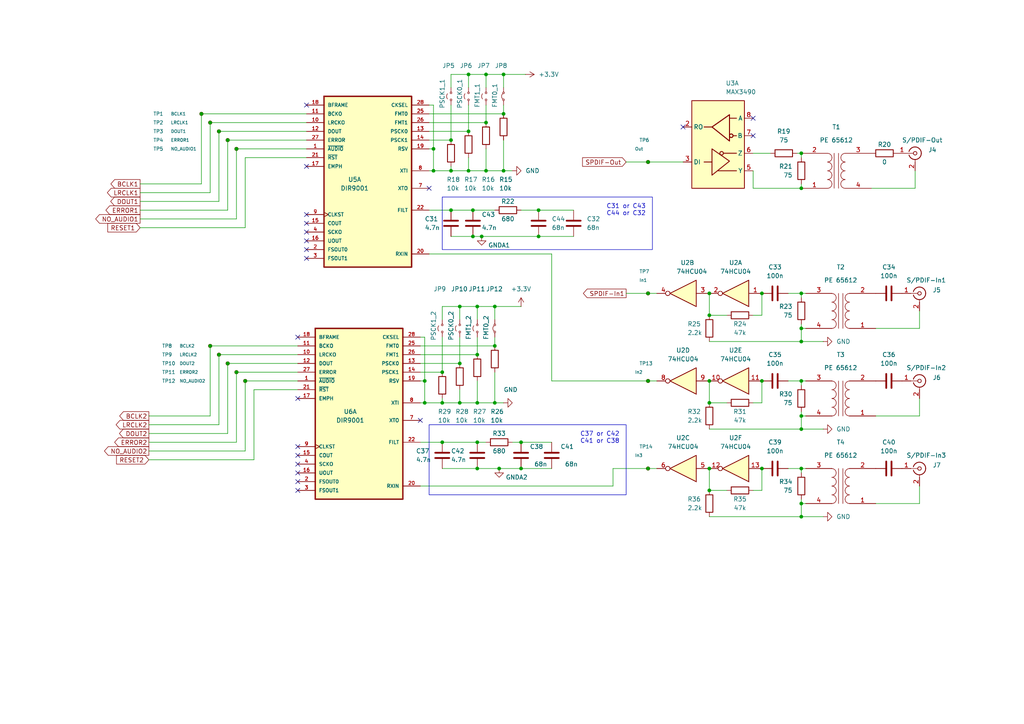
<source format=kicad_sch>
(kicad_sch (version 20250114) (generator "eeschema") (generator_version "9.0")
  (paper "A4")
  (title_block (title "S/PDIF ASYNCHRONOUS MIXER") (date "2024-10-27") (rev "A") (company "DAD Design"))
  (rectangle (start 128.27 57.15) (end 189.23 72.39))
  (rectangle (start 124.46 123.19) (end 181.61 143.51))
  (text "C37 or C42\nC41 or C38" (at 173.99 127 0) (effects (font (size 1.27 1.27))))
  (text "C31 or C43\nC44 or C32" (at 181.61 60.96 0) (effects (font (size 1.27 1.27))))
  (junction (at 232.41 146.05))
  (junction (at 128.27 116.84))
  (junction (at 137.16 68.58))
  (junction (at 151.13 135.89))
  (junction (at 128.27 128.27))
  (junction (at 133.35 88.9))
  (junction (at 232.41 99.06))
  (junction (at 232.41 135.89))
  (junction (at 138.43 102.87))
  (junction (at 138.43 128.27))
  (junction (at 187.96 110.49))
  (junction (at 220.98 110.49))
  (junction (at 68.58 107.95))
  (junction (at 123.19 116.84))
  (junction (at 144.78 135.89))
  (junction (at 205.74 116.84))
  (junction (at 232.41 95.25))
  (junction (at 135.89 49.53))
  (junction (at 143.51 116.84))
  (junction (at 71.12 110.49))
  (junction (at 138.43 116.84))
  (junction (at 140.97 21.59))
  (junction (at 130.81 49.53))
  (junction (at 125.73 43.18))
  (junction (at 135.89 38.1))
  (junction (at 139.7 68.58))
  (junction (at 140.97 49.53))
  (junction (at 146.05 21.59))
  (junction (at 232.41 44.45))
  (junction (at 205.74 91.44))
  (junction (at 133.35 105.41))
  (junction (at 123.19 110.49))
  (junction (at 140.97 35.56))
  (junction (at 60.96 100.33))
  (junction (at 58.42 33.02))
  (junction (at 135.89 21.59))
  (junction (at 205.74 135.89))
  (junction (at 156.21 60.96))
  (junction (at 232.41 110.49))
  (junction (at 187.96 46.99))
  (junction (at 66.04 40.64))
  (junction (at 187.96 85.09))
  (junction (at 143.51 100.33))
  (junction (at 130.81 40.64))
  (junction (at 205.74 110.49))
  (junction (at 151.13 128.27))
  (junction (at 146.05 49.53))
  (junction (at 63.5 38.1))
  (junction (at 137.16 60.96))
  (junction (at 232.41 54.61))
  (junction (at 138.43 88.9))
  (junction (at 232.41 85.09))
  (junction (at 63.5 102.87))
  (junction (at 146.05 33.02))
  (junction (at 220.98 135.89))
  (junction (at 128.27 107.95))
  (junction (at 205.74 85.09))
  (junction (at 156.21 68.58))
  (junction (at 138.43 135.89))
  (junction (at 232.41 149.86))
  (junction (at 125.73 49.53))
  (junction (at 232.41 120.65))
  (junction (at 68.58 43.18))
  (junction (at 187.96 135.89))
  (junction (at 205.74 142.24))
  (junction (at 133.35 116.84))
  (junction (at 220.98 85.09))
  (junction (at 66.04 105.41))
  (junction (at 130.81 60.96))
  (junction (at 60.96 35.56))
  (junction (at 232.41 124.46))
  (junction (at 143.51 88.9))
  (no_connect (at 218.44 34.29))
  (no_connect (at 88.9 48.26))
  (no_connect (at 88.9 62.23))
  (no_connect (at 198.12 36.83))
  (no_connect (at 86.36 129.54))
  (no_connect (at 88.9 74.93))
  (no_connect (at 86.36 115.57))
  (no_connect (at 86.36 134.62))
  (no_connect (at 88.9 64.77))
  (no_connect (at 88.9 67.31))
  (no_connect (at 86.36 97.79))
  (no_connect (at 86.36 142.24))
  (no_connect (at 218.44 39.37))
  (no_connect (at 86.36 132.08))
  (no_connect (at 121.92 121.92))
  (no_connect (at 124.46 54.61))
  (no_connect (at 86.36 137.16))
  (no_connect (at 88.9 69.85))
  (no_connect (at 86.36 139.7))
  (no_connect (at 88.9 30.48))
  (no_connect (at 88.9 72.39))
  (wire (pts (xy 220.98 91.44) (xy 220.98 85.09)))
  (wire (pts (xy 43.18 130.81) (xy 71.12 130.81)))
  (wire (pts (xy 148.59 49.53) (xy 146.05 49.53)))
  (wire (pts (xy 205.74 85.09) (xy 205.74 91.44)))
  (wire (pts (xy 58.42 33.02) (xy 88.9 33.02)))
  (wire (pts (xy 232.41 135.89) (xy 232.41 137.16)))
  (wire (pts (xy 128.27 97.79) (xy 128.27 107.95)))
  (wire (pts (xy 218.44 54.61) (xy 232.41 54.61)))
  (wire (pts (xy 232.41 93.98) (xy 232.41 95.25)))
  (wire (pts (xy 151.13 128.27) (xy 160.02 128.27)))
  (wire (pts (xy 66.04 125.73) (xy 43.18 125.73)))
  (wire (pts (xy 60.96 55.88) (xy 40.64 55.88)))
  (wire (pts (xy 266.7 140.97) (xy 266.7 146.05)))
  (wire (pts (xy 63.5 58.42) (xy 40.64 58.42)))
  (wire (pts (xy 232.41 53.34) (xy 232.41 54.61)))
  (wire (pts (xy 68.58 107.95) (xy 68.58 128.27)))
  (wire (pts (xy 220.98 116.84) (xy 220.98 110.49)))
  (wire (pts (xy 156.21 60.96) (xy 166.37 60.96)))
  (wire (pts (xy 177.8 140.97) (xy 177.8 135.89)))
  (wire (pts (xy 151.13 135.89) (xy 160.02 135.89)))
  (wire (pts (xy 130.81 21.59) (xy 130.81 25.4)))
  (wire (pts (xy 148.59 128.27) (xy 151.13 128.27)))
  (wire (pts (xy 121.92 102.87) (xy 138.43 102.87)))
  (wire (pts (xy 66.04 40.64) (xy 88.9 40.64)))
  (wire (pts (xy 160.02 73.66) (xy 160.02 110.49)))
  (wire (pts (xy 218.44 142.24) (xy 220.98 142.24)))
  (wire (pts (xy 135.89 30.48) (xy 135.89 38.1)))
  (wire (pts (xy 151.13 88.9) (xy 143.51 88.9)))
  (wire (pts (xy 68.58 43.18) (xy 88.9 43.18)))
  (wire (pts (xy 124.46 35.56) (xy 140.97 35.56)))
  (wire (pts (xy 43.18 120.65) (xy 60.96 120.65)))
  (wire (pts (xy 124.46 49.53) (xy 125.73 49.53)))
  (wire (pts (xy 266.7 115.57) (xy 266.7 120.65)))
  (wire (pts (xy 187.96 135.89) (xy 190.5 135.89)))
  (wire (pts (xy 220.98 142.24) (xy 220.98 135.89)))
  (wire (pts (xy 232.41 146.05) (xy 232.41 149.86)))
  (wire (pts (xy 160.02 110.49) (xy 187.96 110.49)))
  (wire (pts (xy 138.43 97.79) (xy 138.43 102.87)))
  (wire (pts (xy 40.64 53.34) (xy 58.42 53.34)))
  (wire (pts (xy 205.74 91.44) (xy 210.82 91.44)))
  (wire (pts (xy 233.68 135.89) (xy 232.41 135.89)))
  (wire (pts (xy 125.73 30.48) (xy 125.73 43.18)))
  (wire (pts (xy 156.21 68.58) (xy 166.37 68.58)))
  (wire (pts (xy 68.58 43.18) (xy 68.58 63.5)))
  (wire (pts (xy 124.46 30.48) (xy 125.73 30.48)))
  (wire (pts (xy 128.27 128.27) (xy 138.43 128.27)))
  (wire (pts (xy 71.12 45.72) (xy 88.9 45.72)))
  (wire (pts (xy 123.19 110.49) (xy 123.19 116.84)))
  (wire (pts (xy 73.66 113.03) (xy 73.66 133.35)))
  (wire (pts (xy 218.44 44.45) (xy 223.52 44.45)))
  (wire (pts (xy 232.41 120.65) (xy 232.41 124.46)))
  (wire (pts (xy 205.74 110.49) (xy 205.74 116.84)))
  (wire (pts (xy 143.51 107.95) (xy 143.51 116.84)))
  (wire (pts (xy 233.68 95.25) (xy 232.41 95.25)))
  (wire (pts (xy 86.36 102.87) (xy 63.5 102.87)))
  (wire (pts (xy 124.46 60.96) (xy 130.81 60.96)))
  (wire (pts (xy 232.41 135.89) (xy 228.6 135.89)))
  (wire (pts (xy 121.92 140.97) (xy 177.8 140.97)))
  (wire (pts (xy 124.46 73.66) (xy 160.02 73.66)))
  (wire (pts (xy 218.44 116.84) (xy 220.98 116.84)))
  (wire (pts (xy 73.66 133.35) (xy 43.18 133.35)))
  (wire (pts (xy 138.43 110.49) (xy 138.43 116.84)))
  (wire (pts (xy 146.05 116.84) (xy 143.51 116.84)))
  (wire (pts (xy 86.36 113.03) (xy 73.66 113.03)))
  (wire (pts (xy 146.05 40.64) (xy 146.05 49.53)))
  (wire (pts (xy 266.7 146.05) (xy 254 146.05)))
  (wire (pts (xy 138.43 88.9) (xy 138.43 92.71)))
  (wire (pts (xy 205.74 124.46) (xy 232.41 124.46)))
  (wire (pts (xy 71.12 66.04) (xy 40.64 66.04)))
  (wire (pts (xy 121.92 128.27) (xy 128.27 128.27)))
  (wire (pts (xy 128.27 135.89) (xy 138.43 135.89)))
  (wire (pts (xy 232.41 95.25) (xy 232.41 99.06)))
  (wire (pts (xy 125.73 49.53) (xy 130.81 49.53)))
  (wire (pts (xy 123.19 97.79) (xy 123.19 110.49)))
  (wire (pts (xy 232.41 99.06) (xy 238.76 99.06)))
  (wire (pts (xy 252.73 54.61) (xy 265.43 54.61)))
  (wire (pts (xy 146.05 30.48) (xy 146.05 33.02)))
  (wire (pts (xy 218.44 91.44) (xy 220.98 91.44)))
  (wire (pts (xy 265.43 49.53) (xy 265.43 54.61)))
  (wire (pts (xy 138.43 135.89) (xy 144.78 135.89)))
  (wire (pts (xy 146.05 21.59) (xy 140.97 21.59)))
  (wire (pts (xy 133.35 88.9) (xy 138.43 88.9)))
  (wire (pts (xy 135.89 21.59) (xy 135.89 25.4)))
  (wire (pts (xy 135.89 49.53) (xy 130.81 49.53)))
  (wire (pts (xy 71.12 110.49) (xy 71.12 130.81)))
  (wire (pts (xy 66.04 105.41) (xy 66.04 125.73)))
  (wire (pts (xy 86.36 107.95) (xy 68.58 107.95)))
  (wire (pts (xy 232.41 149.86) (xy 238.76 149.86)))
  (wire (pts (xy 233.68 85.09) (xy 232.41 85.09)))
  (wire (pts (xy 137.16 60.96) (xy 143.51 60.96)))
  (wire (pts (xy 68.58 128.27) (xy 43.18 128.27)))
  (wire (pts (xy 187.96 46.99) (xy 198.12 46.99)))
  (wire (pts (xy 232.41 110.49) (xy 228.6 110.49)))
  (wire (pts (xy 140.97 21.59) (xy 140.97 25.4)))
  (wire (pts (xy 125.73 43.18) (xy 125.73 49.53)))
  (wire (pts (xy 233.68 120.65) (xy 232.41 120.65)))
  (wire (pts (xy 63.5 38.1) (xy 63.5 58.42)))
  (wire (pts (xy 232.41 144.78) (xy 232.41 146.05)))
  (wire (pts (xy 133.35 88.9) (xy 128.27 88.9)))
  (wire (pts (xy 86.36 110.49) (xy 71.12 110.49)))
  (wire (pts (xy 121.92 105.41) (xy 133.35 105.41)))
  (wire (pts (xy 60.96 100.33) (xy 60.96 120.65)))
  (wire (pts (xy 143.51 88.9) (xy 143.51 92.71)))
  (wire (pts (xy 130.81 60.96) (xy 137.16 60.96)))
  (wire (pts (xy 144.78 135.89) (xy 151.13 135.89)))
  (wire (pts (xy 177.8 135.89) (xy 187.96 135.89)))
  (wire (pts (xy 124.46 43.18) (xy 125.73 43.18)))
  (wire (pts (xy 137.16 68.58) (xy 139.7 68.58)))
  (wire (pts (xy 218.44 49.53) (xy 218.44 54.61)))
  (wire (pts (xy 233.68 146.05) (xy 232.41 146.05)))
  (wire (pts (xy 266.7 95.25) (xy 254 95.25)))
  (wire (pts (xy 121.92 100.33) (xy 143.51 100.33)))
  (wire (pts (xy 124.46 38.1) (xy 135.89 38.1)))
  (wire (pts (xy 135.89 21.59) (xy 140.97 21.59)))
  (wire (pts (xy 205.74 142.24) (xy 210.82 142.24)))
  (wire (pts (xy 232.41 44.45) (xy 232.41 45.72)))
  (wire (pts (xy 143.51 97.79) (xy 143.51 100.33)))
  (wire (pts (xy 205.74 116.84) (xy 210.82 116.84)))
  (wire (pts (xy 266.7 120.65) (xy 254 120.65)))
  (wire (pts (xy 128.27 88.9) (xy 128.27 92.71)))
  (wire (pts (xy 86.36 100.33) (xy 60.96 100.33)))
  (wire (pts (xy 133.35 116.84) (xy 128.27 116.84)))
  (wire (pts (xy 231.14 44.45) (xy 232.41 44.45)))
  (wire (pts (xy 146.05 21.59) (xy 146.05 25.4)))
  (wire (pts (xy 151.13 60.96) (xy 156.21 60.96)))
  (wire (pts (xy 60.96 35.56) (xy 60.96 55.88)))
  (wire (pts (xy 66.04 40.64) (xy 66.04 60.96)))
  (wire (pts (xy 63.5 102.87) (xy 63.5 123.19)))
  (wire (pts (xy 124.46 33.02) (xy 146.05 33.02)))
  (wire (pts (xy 86.36 105.41) (xy 66.04 105.41)))
  (wire (pts (xy 63.5 123.19) (xy 43.18 123.19)))
  (wire (pts (xy 205.74 149.86) (xy 232.41 149.86)))
  (wire (pts (xy 205.74 99.06) (xy 232.41 99.06)))
  (wire (pts (xy 139.7 68.58) (xy 156.21 68.58)))
  (wire (pts (xy 121.92 107.95) (xy 128.27 107.95)))
  (wire (pts (xy 121.92 110.49) (xy 123.19 110.49)))
  (wire (pts (xy 187.96 85.09) (xy 190.5 85.09)))
  (wire (pts (xy 123.19 116.84) (xy 128.27 116.84)))
  (wire (pts (xy 152.4 21.59) (xy 146.05 21.59)))
  (wire (pts (xy 124.46 40.64) (xy 130.81 40.64)))
  (wire (pts (xy 133.35 88.9) (xy 133.35 92.71)))
  (wire (pts (xy 130.81 48.26) (xy 130.81 49.53)))
  (wire (pts (xy 181.61 85.09) (xy 187.96 85.09)))
  (wire (pts (xy 143.51 88.9) (xy 138.43 88.9)))
  (wire (pts (xy 63.5 38.1) (xy 88.9 38.1)))
  (wire (pts (xy 121.92 116.84) (xy 123.19 116.84)))
  (wire (pts (xy 133.35 97.79) (xy 133.35 105.41)))
  (wire (pts (xy 181.61 46.99) (xy 187.96 46.99)))
  (wire (pts (xy 58.42 33.02) (xy 58.42 53.34)))
  (wire (pts (xy 138.43 128.27) (xy 140.97 128.27)))
  (wire (pts (xy 128.27 115.57) (xy 128.27 116.84)))
  (wire (pts (xy 205.74 135.89) (xy 205.74 142.24)))
  (wire (pts (xy 232.41 110.49) (xy 232.41 111.76)))
  (wire (pts (xy 135.89 21.59) (xy 130.81 21.59)))
  (wire (pts (xy 121.92 97.79) (xy 123.19 97.79)))
  (wire (pts (xy 140.97 43.18) (xy 140.97 49.53)))
  (wire (pts (xy 133.35 113.03) (xy 133.35 116.84)))
  (wire (pts (xy 140.97 30.48) (xy 140.97 35.56)))
  (wire (pts (xy 232.41 119.38) (xy 232.41 120.65)))
  (wire (pts (xy 71.12 45.72) (xy 71.12 66.04)))
  (wire (pts (xy 130.81 68.58) (xy 137.16 68.58)))
  (wire (pts (xy 138.43 116.84) (xy 133.35 116.84)))
  (wire (pts (xy 266.7 90.17) (xy 266.7 95.25)))
  (wire (pts (xy 232.41 85.09) (xy 228.6 85.09)))
  (wire (pts (xy 66.04 60.96) (xy 40.64 60.96)))
  (wire (pts (xy 232.41 124.46) (xy 238.76 124.46)))
  (wire (pts (xy 130.81 30.48) (xy 130.81 40.64)))
  (wire (pts (xy 187.96 110.49) (xy 190.5 110.49)))
  (wire (pts (xy 60.96 35.56) (xy 88.9 35.56)))
  (wire (pts (xy 233.68 110.49) (xy 232.41 110.49)))
  (wire (pts (xy 143.51 116.84) (xy 138.43 116.84)))
  (wire (pts (xy 140.97 49.53) (xy 135.89 49.53)))
  (wire (pts (xy 146.05 49.53) (xy 140.97 49.53)))
  (wire (pts (xy 40.64 63.5) (xy 68.58 63.5)))
  (wire (pts (xy 135.89 45.72) (xy 135.89 49.53)))
  (wire (pts (xy 232.41 85.09) (xy 232.41 86.36)))
  (global_label "SPDIF-In1" (shape output) (at 181.61 85.09 180) (property "Intersheetrefs" "${INTERSHEET_REFS}" (effects (hide yes))))
  (global_label "RESET2" (shape input) (at 43.18 133.35 180) (property "Intersheetrefs" "${INTERSHEET_REFS}" (effects (hide yes))))
  (global_label "DOUT2" (shape output) (at 43.18 125.73 180) (property "Intersheetrefs" "${INTERSHEET_REFS}" (effects (hide yes))))
  (global_label "SPDIF-Out" (shape input) (at 181.61 46.99 180) (property "Intersheetrefs" "${INTERSHEET_REFS}" (effects (hide yes))))
  (global_label "LRCLK1" (shape output) (at 40.64 55.88 180) (property "Intersheetrefs" "${INTERSHEET_REFS}" (effects (hide yes))))
  (global_label "BCLK1" (shape output) (at 40.64 53.34 180) (property "Intersheetrefs" "${INTERSHEET_REFS}" (effects (hide yes))))
  (global_label "BCLK2" (shape output) (at 43.18 120.65 180) (property "Intersheetrefs" "${INTERSHEET_REFS}" (effects (hide yes))))
  (global_label "ERROR1" (shape output) (at 40.64 60.96 180) (property "Intersheetrefs" "${INTERSHEET_REFS}" (effects (hide yes))))
  (global_label "NO_AUDIO1" (shape output) (at 40.64 63.5 180) (property "Intersheetrefs" "${INTERSHEET_REFS}" (effects (hide yes))))
  (global_label "LRCLK2" (shape output) (at 43.18 123.19 180) (property "Intersheetrefs" "${INTERSHEET_REFS}" (effects (hide yes))))
  (global_label "DOUT1" (shape output) (at 40.64 58.42 180) (property "Intersheetrefs" "${INTERSHEET_REFS}" (effects (hide yes))))
  (global_label "NO_AUDIO2" (shape output) (at 43.18 130.81 180) (property "Intersheetrefs" "${INTERSHEET_REFS}" (effects (hide yes))))
  (global_label "ERROR2" (shape output) (at 43.18 128.27 180) (property "Intersheetrefs" "${INTERSHEET_REFS}" (effects (hide yes))))
  (global_label "RESET1" (shape input) (at 40.64 66.04 180) (property "Intersheetrefs" "${INTERSHEET_REFS}" (effects (hide yes))))
  (symbol (lib_id "Device:C") (at 160.02 132.08 0) (unit 1)
    (property "Reference" "C41" (at 162.56 129.54 0) (effects (justify left)))
    (property "Value" "68n" (at 163.83 134.62 0) (effects (justify left)))
    (property "Footprint" "Capacitor_THT:C_Rect_L4.6mm_W2.0mm_P2.50mm_MKS02_FKP02" (effects (hide yes)))
    (property "Description" "Unpolarized capacitor" (effects (hide yes)))
  )
  (symbol (lib_id "Device:C") (at 257.81 135.89 270) (mirror x) (unit 1)
    (property "Reference" "C40" (at 257.81 128.27 90))
    (property "Value" "100n" (at 257.81 130.81 90))
    (property "Footprint" "Capacitor_SMD:C_1206_3216Metric_Pad1.33x1.80mm_HandSolder" (effects (hide yes)))
    (property "Description" "Unpolarized capacitor" (effects (hide yes)))
  )
  (symbol (lib_name "DIR9001PW_1") (lib_id "STM32H743VIT6:DIR9001PW") (at 104.14 95.25 0) (unit 1)
    (property "Reference" "U6" (at 101.6 119.38 0))
    (property "Value" "DIR9001" (at 101.6 121.92 0))
    (property "Footprint" "Local:TSSOP-28-1EP_4.4x9.7mm_P0.65mm_EP2.85x6.7mm" (effects (hide yes)))
    (property "SnapEDA_Link" "https://www.snapeda.com/parts/DIR9001PW/Texas+Instruments/view-part/?ref=snap" (effects (hide yes)))
    (property "Purchase-URL" "https://www.snapeda.com/api/url_track_click_mouser/?unipart_id=236756&manufacturer=Texas Instruments&part_name=DIR9001PW&search_term=None" (effects (hide yes)))
    (property "Check_prices" "https://www.snapeda.com/parts/DIR9001PW/Texas+Instruments/view-part/?ref=eda" (effects (hide yes)))
    (property "MF" "Texas Instruments" (effects (hide yes)))
    (property "Description_1" "\n96kHz Digital Audio Receiver\n" (effects (hide yes)))
    (property "Package" "TSSOP-28 Texas Instruments" (effects (hide yes)))
    (property "Price" "None" (effects (hide yes)))
    (property "MP" "DIR9001PW" (effects (hide yes)))
    (property "Availability" "In Stock" (effects (hide yes)))
  )
  (symbol (lib_id "Device:C") (at 224.79 85.09 90) (mirror x) (unit 1)
    (property "Reference" "C33" (at 224.79 77.47 90))
    (property "Value" "100n" (at 224.79 80.01 90))
    (property "Footprint" "Capacitor_SMD:C_1206_3216Metric_Pad1.33x1.80mm_HandSolder" (effects (hide yes)))
    (property "Description" "Unpolarized capacitor" (effects (hide yes)))
  )
  (symbol (lib_id "Device:C") (at 130.81 64.77 0) (unit 1)
    (property "Reference" "C31" (at 123.19 63.5 0) (effects (justify left)))
    (property "Value" "4.7n" (at 123.19 66.04 0) (effects (justify left)))
    (property "Footprint" "Capacitor_SMD:C_1206_3216Metric_Pad1.33x1.80mm_HandSolder" (effects (hide yes)))
    (property "Description" "Unpolarized capacitor" (effects (hide yes)))
  )
  (symbol (lib_id "Device:R") (at 140.97 39.37 0) (unit 1)
    (property "Reference" "R16" (at 139.7 52.07 0) (effects (justify left)))
    (property "Value" "10k" (at 139.7 54.61 0) (effects (justify left)))
    (property "Footprint" "Resistor_SMD:R_1206_3216Metric_Pad1.30x1.75mm_HandSolder" (effects (hide yes)))
    (property "Description" "Resistor" (effects (hide yes)))
  )
  (symbol (lib_id "Device:R") (at 227.33 44.45 270) (mirror x) (unit 1)
    (property "Reference" "R19" (at 227.33 38.1 90))
    (property "Value" "75" (at 227.33 40.64 90))
    (property "Footprint" "Resistor_SMD:R_1206_3216Metric_Pad1.30x1.75mm_HandSolder" (effects (hide yes)))
    (property "Description" "Resistor" (effects (hide yes)))
  )
  (symbol (lib_id "74xx:74HC04") (at 213.36 85.09 180) (unit 1)
    (property "Reference" "U2" (at 213.36 76.2 0))
    (property "Value" "74HCU04" (at 213.36 78.74 0))
    (property "Footprint" "Package_SO:SO-14_5.3x10.2mm_P1.27mm" (effects (hide yes)))
    (property "Datasheet" "https://assets.nexperia.com/documents/data-sheet/74HC_HCT04.pdf" (effects (hide yes)))
    (property "Description" "Hex Inverter" (effects (hide yes)))
  )
  (symbol (lib_id "power:GND") (at 148.59 49.53 90) (unit 1)
    (property "Reference" "#PWR051" (effects (hide yes)))
    (property "Value" "GND" (at 152.4 49.5299 90) (effects (justify right)))
    (property "Description" "Power symbol creates a global label with name \"GND\" , ground" (effects (hide yes)))
  )
  (symbol (lib_id "Connector:TestPoint_Small") (at 60.96 100.33 0) (unit 1)
    (property "Reference" "TP8" (at 46.99 100.33 0) (effects (font (size 1.016 1.016)) (justify left)))
    (property "Value" "BCLK2" (at 52.07 100.33 0) (effects (font (size 0.889 0.889)) (justify left)))
    (property "Footprint" "TestPoint:TestPoint_THTPad_1.5x1.5mm_Drill0.7mm" (effects (hide yes)))
    (property "Description" "test point" (effects (hide yes)))
  )
  (symbol (lib_id "Connector:TestPoint_Small") (at 68.58 107.95 0) (unit 1)
    (property "Reference" "TP11" (at 46.99 107.95 0) (effects (font (size 1.016 1.016)) (justify left)))
    (property "Value" "ERROR2" (at 52.07 107.95 0) (effects (font (size 0.889 0.889)) (justify left)))
    (property "Footprint" "TestPoint:TestPoint_THTPad_1.5x1.5mm_Drill0.7mm" (effects (hide yes)))
    (property "Description" "test point" (effects (hide yes)))
  )
  (symbol (lib_id "Device:C") (at 224.79 135.89 90) (mirror x) (unit 1)
    (property "Reference" "C39" (at 224.79 128.27 90))
    (property "Value" "100n" (at 224.79 130.81 90))
    (property "Footprint" "Capacitor_SMD:C_1206_3216Metric_Pad1.33x1.80mm_HandSolder" (effects (hide yes)))
    (property "Description" "Unpolarized capacitor" (effects (hide yes)))
  )
  (symbol (lib_id "Connector:Conn_Coaxial") (at 266.7 135.89 0) (unit 1)
    (property "Reference" "J7" (at 270.51 134.9131 0) (effects (justify left)))
    (property "Value" "S/PDIF-In3" (at 262.89 132.08 0) (effects (justify left)))
    (property "Footprint" "Local:CINCH_RCA" (effects (hide yes)))
    (property "Description" "coaxial connector (BNC, SMA, SMB, SMC, Cinch/RCA, LEMO, ...)" (effects (hide yes)))
  )
  (symbol (lib_id "Connector:TestPoint_Small") (at 63.5 102.87 0) (unit 1)
    (property "Reference" "TP9" (at 46.99 102.87 0) (effects (font (size 1.016 1.016)) (justify left)))
    (property "Value" "LRCLK2" (at 52.07 102.87 0) (effects (font (size 0.889 0.889)) (justify left)))
    (property "Footprint" "TestPoint:TestPoint_THTPad_1.5x1.5mm_Drill0.7mm" (effects (hide yes)))
    (property "Description" "test point" (effects (hide yes)))
  )
  (symbol (lib_id "Connector:TestPoint_Small") (at 66.04 105.41 0) (unit 1)
    (property "Reference" "TP10" (at 46.99 105.41 0) (effects (font (size 1.016 1.016)) (justify left)))
    (property "Value" "DOUT2" (at 52.07 105.41 0) (effects (font (size 0.889 0.889)) (justify left)))
    (property "Footprint" "TestPoint:TestPoint_THTPad_1.5x1.5mm_Drill0.7mm" (effects (hide yes)))
    (property "Description" "test point" (effects (hide yes)))
  )
  (symbol (lib_id "Device:R") (at 205.74 146.05 180) (unit 1)
    (property "Reference" "R36" (at 199.39 144.78 0) (effects (justify right)))
    (property "Value" "2.2k" (at 199.39 147.32 0) (effects (justify right)))
    (property "Footprint" "Resistor_SMD:R_1206_3216Metric_Pad1.30x1.75mm_HandSolder" (effects (hide yes)))
    (property "Description" "Resistor" (effects (hide yes)))
  )
  (symbol (lib_id "Connector:TestPoint_Small") (at 187.96 135.89 0) (unit 1)
    (property "Reference" "TP14" (at 185.42 129.54 0) (effects (font (size 1.016 1.016)) (justify left)))
    (property "Value" "In3" (at 184.15 132.08 0) (effects (font (size 0.889 0.889)) (justify left)))
    (property "Footprint" "TestPoint:TestPoint_THTPad_1.5x1.5mm_Drill0.7mm" (effects (hide yes)))
    (property "Description" "test point" (effects (hide yes)))
  )
  (symbol (lib_id "Device:R") (at 128.27 111.76 0) (unit 1)
    (property "Reference" "R29" (at 127 119.38 0) (effects (justify left)))
    (property "Value" "10k" (at 127 121.92 0) (effects (justify left)))
    (property "Footprint" "Resistor_SMD:R_1206_3216Metric_Pad1.30x1.75mm_HandSolder" (effects (hide yes)))
    (property "Description" "Resistor" (effects (hide yes)))
  )
  (symbol (lib_id "power:+3.3V") (at 152.4 21.59 270) (unit 1)
    (property "Reference" "#PWR050" (effects (hide yes)))
    (property "Value" "+3.3V" (at 156.21 21.5899 90) (effects (justify left)))
    (property "Description" "Power symbol creates a global label with name \"+3.3V\"" (effects (hide yes)))
  )
  (symbol (lib_id "Device:Transformer_1P_1S") (at 243.84 90.17 180) (unit 1)
    (property "Reference" "T2" (at 243.84 77.47 0))
    (property "Value" "PE 65612" (at 243.84 81.28 0))
    (property "Footprint" "Local:PE-65612" (effects (hide yes)))
    (property "Description" "Transformer, single primary, single secondary" (effects (hide yes)))
  )
  (symbol (lib_id "Jumper:Jumper_2_Small_Bridged") (at 146.05 27.94 90) (unit 1) (exclude_from_sim yes)
    (property "Reference" "JP8" (at 143.51 19.05 90) (effects (justify right)))
    (property "Value" "FMT0_1" (at 143.51 24.13 0) (effects (justify right)))
    (property "Footprint" "Connector_PinHeader_2.54mm:PinHeader_1x02_P2.54mm_Vertical" (effects (hide yes)))
    (property "Description" "Jumper, 2-pole, small symbol, bridged" (effects (hide yes)))
  )
  (symbol (lib_id "Device:R") (at 138.43 106.68 0) (unit 1)
    (property "Reference" "R27" (at 137.16 119.38 0) (effects (justify left)))
    (property "Value" "10k" (at 137.16 121.92 0) (effects (justify left)))
    (property "Footprint" "Resistor_SMD:R_1206_3216Metric_Pad1.30x1.75mm_HandSolder" (effects (hide yes)))
    (property "Description" "Resistor" (effects (hide yes)))
  )
  (symbol (lib_id "STM32H743VIT6:DIR9001PW") (at 106.68 27.94 0) (unit 1)
    (property "Reference" "U5" (at 102.87 52.07 0))
    (property "Value" "DIR9001" (at 102.87 54.61 0))
    (property "Footprint" "Local:TSSOP-28-1EP_4.4x9.7mm_P0.65mm_EP2.85x6.7mm" (effects (hide yes)))
    (property "SnapEDA_Link" "https://www.snapeda.com/parts/DIR9001PW/Texas+Instruments/view-part/?ref=snap" (effects (hide yes)))
    (property "Purchase-URL" "https://www.snapeda.com/api/url_track_click_mouser/?unipart_id=236756&manufacturer=Texas Instruments&part_name=DIR9001PW&search_term=None" (effects (hide yes)))
    (property "Check_prices" "https://www.snapeda.com/parts/DIR9001PW/Texas+Instruments/view-part/?ref=eda" (effects (hide yes)))
    (property "MF" "Texas Instruments" (effects (hide yes)))
    (property "Description_1" "\n96kHz Digital Audio Receiver\n" (effects (hide yes)))
    (property "Package" "TSSOP-28 Texas Instruments" (effects (hide yes)))
    (property "Price" "None" (effects (hide yes)))
    (property "MP" "DIR9001PW" (effects (hide yes)))
    (property "Availability" "In Stock" (effects (hide yes)))
  )
  (symbol (lib_id "Device:C") (at 166.37 64.77 0) (unit 1)
    (property "Reference" "C32" (at 170.18 63.4999 0) (effects (justify left)))
    (property "Value" "68n" (at 170.18 66.0399 0) (effects (justify left)))
    (property "Footprint" "Capacitor_SMD:C_1206_3216Metric_Pad1.33x1.80mm_HandSolder" (effects (hide yes)))
    (property "Description" "Unpolarized capacitor" (effects (hide yes)))
  )
  (symbol (lib_id "Jumper:Jumper_2_Small_Open") (at 128.27 95.25 90) (unit 1) (exclude_from_sim yes)
    (property "Reference" "JP9" (at 125.73 83.82 90) (effects (justify right)))
    (property "Value" "PSCK1_2" (at 125.73 90.17 0) (effects (justify right)))
    (property "Footprint" "Connector_PinHeader_2.54mm:PinHeader_1x02_P2.54mm_Vertical" (effects (hide yes)))
    (property "Description" "Jumper, 2-pole, small symbol, open" (effects (hide yes)))
  )
  (symbol (lib_id "Device:C") (at 138.43 132.08 0) (unit 1)
    (property "Reference" "C42" (at 130.81 130.81 0) (effects (justify left)))
    (property "Value" "4.7n" (at 130.81 133.35 0) (effects (justify left)))
    (property "Footprint" "Capacitor_THT:C_Rect_L4.6mm_W2.0mm_P2.50mm_MKS02_FKP02" (effects (hide yes)))
    (property "Description" "Unpolarized capacitor" (effects (hide yes)))
  )
  (symbol (lib_id "Jumper:Jumper_2_Small_Open") (at 130.81 27.94 90) (unit 1) (exclude_from_sim yes)
    (property "Reference" "JP5" (at 128.27 19.05 90) (effects (justify right)))
    (property "Value" "PSCK1_1" (at 128.27 22.86 0) (effects (justify right)))
    (property "Footprint" "Connector_PinHeader_2.54mm:PinHeader_1x02_P2.54mm_Vertical" (effects (hide yes)))
    (property "Description" "Jumper, 2-pole, small symbol, open" (effects (hide yes)))
  )
  (symbol (lib_id "Jumper:Jumper_2_Small_Open") (at 133.35 95.25 90) (unit 1) (exclude_from_sim yes)
    (property "Reference" "JP10" (at 130.81 83.82 90) (effects (justify right)))
    (property "Value" "PSCK0_2" (at 130.81 90.17 0) (effects (justify right)))
    (property "Footprint" "Connector_PinHeader_2.54mm:PinHeader_1x02_P2.54mm_Vertical" (effects (hide yes)))
    (property "Description" "Jumper, 2-pole, small symbol, open" (effects (hide yes)))
  )
  (symbol (lib_id "Device:C") (at 257.81 85.09 270) (mirror x) (unit 1)
    (property "Reference" "C34" (at 257.81 77.47 90))
    (property "Value" "100n" (at 257.81 80.01 90))
    (property "Footprint" "Capacitor_SMD:C_1206_3216Metric_Pad1.33x1.80mm_HandSolder" (effects (hide yes)))
    (property "Description" "Unpolarized capacitor" (effects (hide yes)))
  )
  (symbol (lib_id "Device:C") (at 128.27 132.08 0) (unit 1)
    (property "Reference" "C37" (at 120.65 130.81 0) (effects (justify left)))
    (property "Value" "4.7n" (at 120.65 133.35 0) (effects (justify left)))
    (property "Footprint" "Capacitor_SMD:C_1206_3216Metric_Pad1.33x1.80mm_HandSolder" (effects (hide yes)))
    (property "Description" "Unpolarized capacitor" (effects (hide yes)))
  )
  (symbol (lib_id "Connector:TestPoint_Small") (at 63.5 38.1 0) (unit 1)
    (property "Reference" "TP3" (at 44.45 38.1 0) (effects (font (size 1.016 1.016)) (justify left)))
    (property "Value" "DOUT1" (at 49.53 38.1 0) (effects (font (size 0.889 0.889)) (justify left)))
    (property "Footprint" "TestPoint:TestPoint_THTPad_1.5x1.5mm_Drill0.7mm" (effects (hide yes)))
    (property "Description" "test point" (effects (hide yes)))
  )
  (symbol (lib_id "Device:C") (at 224.79 110.49 90) (mirror x) (unit 1)
    (property "Reference" "C35" (at 224.79 102.87 90))
    (property "Value" "100n" (at 224.79 105.41 90))
    (property "Footprint" "Capacitor_SMD:C_1206_3216Metric_Pad1.33x1.80mm_HandSolder" (effects (hide yes)))
    (property "Description" "Unpolarized capacitor" (effects (hide yes)))
  )
  (symbol (lib_id "74xx:74HC04") (at 198.12 85.09 180) (unit 2)
    (property "Reference" "U2" (at 199.39 76.2 0))
    (property "Value" "74HCU04" (at 200.66 78.74 0))
    (property "Footprint" "Package_SO:SO-14_5.3x10.2mm_P1.27mm" (effects (hide yes)))
    (property "Datasheet" "https://assets.nexperia.com/documents/data-sheet/74HC_HCT04.pdf" (effects (hide yes)))
    (property "Description" "Hex Inverter" (effects (hide yes)))
  )
  (symbol (lib_id "Jumper:Jumper_2_Small_Open") (at 140.97 27.94 90) (unit 1) (exclude_from_sim yes)
    (property "Reference" "JP7" (at 138.43 19.05 90) (effects (justify right)))
    (property "Value" "FMT1_1" (at 138.43 24.13 0) (effects (justify right)))
    (property "Footprint" "Connector_PinHeader_2.54mm:PinHeader_1x02_P2.54mm_Vertical" (effects (hide yes)))
    (property "Description" "Jumper, 2-pole, small symbol, open" (effects (hide yes)))
  )
  (symbol (lib_id "Connector:Conn_Coaxial") (at 266.7 85.09 0) (unit 1)
    (property "Reference" "J5" (at 270.51 84.1131 0) (effects (justify left)))
    (property "Value" "S/PDIF-In1" (at 262.89 81.28 0) (effects (justify left)))
    (property "Footprint" "Local:CINCH_RCA" (effects (hide yes)))
    (property "Description" "coaxial connector (BNC, SMA, SMB, SMC, Cinch/RCA, LEMO, ...)" (effects (hide yes)))
  )
  (symbol (lib_id "Connector:TestPoint_Small") (at 187.96 110.49 0) (unit 1)
    (property "Reference" "TP13" (at 185.42 105.41 0) (effects (font (size 1.016 1.016)) (justify left)))
    (property "Value" "In2" (at 184.15 107.95 0) (effects (font (size 0.889 0.889)) (justify left)))
    (property "Footprint" "TestPoint:TestPoint_THTPad_1.5x1.5mm_Drill0.7mm" (effects (hide yes)))
    (property "Description" "test point" (effects (hide yes)))
  )
  (symbol (lib_id "Device:R") (at 232.41 49.53 0) (mirror y) (unit 1)
    (property "Reference" "R21" (at 229.87 48.2599 0) (effects (justify left)))
    (property "Value" "75" (at 229.87 50.7999 0) (effects (justify left)))
    (property "Footprint" "Resistor_SMD:R_1206_3216Metric_Pad1.30x1.75mm_HandSolder" (effects (hide yes)))
    (property "Description" "Resistor" (effects (hide yes)))
  )
  (symbol (lib_id "Device:C") (at 156.21 64.77 0) (unit 1)
    (property "Reference" "C44" (at 160.02 63.4999 0) (effects (justify left)))
    (property "Value" "68n" (at 160.02 66.0399 0) (effects (justify left)))
    (property "Footprint" "Capacitor_THT:C_Rect_L4.6mm_W2.0mm_P2.50mm_MKS02_FKP02" (effects (hide yes)))
    (property "Description" "Unpolarized capacitor" (effects (hide yes)))
  )
  (symbol (lib_id "74xx:74HC04") (at 213.36 135.89 180) (unit 6)
    (property "Reference" "U2" (at 213.36 127 0))
    (property "Value" "74HCU04" (at 213.36 129.54 0))
    (property "Footprint" "Package_SO:SO-14_5.3x10.2mm_P1.27mm" (effects (hide yes)))
    (property "Datasheet" "https://assets.nexperia.com/documents/data-sheet/74HC_HCT04.pdf" (effects (hide yes)))
    (property "Description" "Hex Inverter" (effects (hide yes)))
  )
  (symbol (lib_id "Connector:TestPoint_Small") (at 71.12 110.49 0) (unit 1)
    (property "Reference" "TP12" (at 46.99 110.49 0) (effects (font (size 1.016 1.016)) (justify left)))
    (property "Value" "NO_AUDIO2" (at 52.07 110.49 0) (effects (font (size 0.889 0.889)) (justify left)))
    (property "Footprint" "TestPoint:TestPoint_THTPad_1.5x1.5mm_Drill0.7mm" (effects (hide yes)))
    (property "Description" "test point" (effects (hide yes)))
  )
  (symbol (lib_id "Device:C") (at 257.81 110.49 270) (mirror x) (unit 1)
    (property "Reference" "C36" (at 257.81 102.87 90))
    (property "Value" "100n" (at 257.81 105.41 90))
    (property "Footprint" "Capacitor_SMD:C_1206_3216Metric_Pad1.33x1.80mm_HandSolder" (effects (hide yes)))
    (property "Description" "Unpolarized capacitor" (effects (hide yes)))
  )
  (symbol (lib_id "Device:R") (at 232.41 90.17 0) (mirror y) (unit 1)
    (property "Reference" "R23" (at 229.87 88.8999 0) (effects (justify left)))
    (property "Value" "75" (at 229.87 91.4399 0) (effects (justify left)))
    (property "Footprint" "Resistor_SMD:R_1206_3216Metric_Pad1.30x1.75mm_HandSolder" (effects (hide yes)))
    (property "Description" "Resistor" (effects (hide yes)))
  )
  (symbol (lib_id "Device:Transformer_1P_1S") (at 242.57 49.53 0) (mirror x) (unit 1)
    (property "Reference" "T1" (at 242.57 36.83 0))
    (property "Value" "PE 65612" (at 242.57 40.64 0))
    (property "Footprint" "Local:PE-65612" (effects (hide yes)))
    (property "Description" "Transformer, single primary, single secondary" (effects (hide yes)))
  )
  (symbol (lib_id "Device:R") (at 205.74 95.25 180) (unit 1)
    (property "Reference" "R25" (at 199.39 93.98 0) (effects (justify right)))
    (property "Value" "2.2k" (at 199.39 96.52 0) (effects (justify right)))
    (property "Footprint" "Resistor_SMD:R_1206_3216Metric_Pad1.30x1.75mm_HandSolder" (effects (hide yes)))
    (property "Description" "Resistor" (effects (hide yes)))
  )
  (symbol (lib_id "Device:R") (at 214.63 116.84 90) (mirror x) (unit 1)
    (property "Reference" "R31" (at 214.63 119.38 90))
    (property "Value" "47k" (at 214.63 121.92 90))
    (property "Footprint" "Resistor_SMD:R_1206_3216Metric_Pad1.30x1.75mm_HandSolder" (effects (hide yes)))
    (property "Description" "Resistor" (effects (hide yes)))
  )
  (symbol (lib_id "Device:Transformer_1P_1S") (at 243.84 140.97 180) (unit 1)
    (property "Reference" "T4" (at 243.84 128.27 0))
    (property "Value" "PE 65612" (at 243.84 132.08 0))
    (property "Footprint" "Local:PE-65612" (effects (hide yes)))
    (property "Description" "Transformer, single primary, single secondary" (effects (hide yes)))
  )
  (symbol (lib_id "power:+3.3V") (at 151.13 88.9 0) (unit 1)
    (property "Reference" "#PWR053" (effects (hide yes)))
    (property "Value" "+3.3V" (at 151.13 83.82 0))
    (property "Description" "Power symbol creates a global label with name \"+3.3V\"" (effects (hide yes)))
  )
  (symbol (lib_id "power:GND") (at 238.76 124.46 90) (mirror x) (unit 1)
    (property "Reference" "#PWR056" (effects (hide yes)))
    (property "Value" "GND" (at 242.57 124.4599 90) (effects (justify right)))
    (property "Description" "Power symbol creates a global label with name \"GND\" , ground" (effects (hide yes)))
  )
  (symbol (lib_id "Device:C") (at 151.13 132.08 0) (unit 1)
    (property "Reference" "C38" (at 153.67 129.54 0) (effects (justify left)))
    (property "Value" "68n" (at 154.94 134.62 0) (effects (justify left)))
    (property "Footprint" "Capacitor_SMD:C_1206_3216Metric_Pad1.33x1.80mm_HandSolder" (effects (hide yes)))
    (property "Description" "Unpolarized capacitor" (effects (hide yes)))
  )
  (symbol (lib_id "Device:R") (at 147.32 60.96 90) (unit 1)
    (property "Reference" "R22" (at 147.32 58.42 90))
    (property "Value" "680" (at 147.32 63.5 90))
    (property "Footprint" "Resistor_SMD:R_1206_3216Metric_Pad1.30x1.75mm_HandSolder" (effects (hide yes)))
    (property "Description" "Resistor" (effects (hide yes)))
  )
  (symbol (lib_id "Device:R") (at 135.89 41.91 0) (unit 1)
    (property "Reference" "R17" (at 134.62 52.07 0) (effects (justify left)))
    (property "Value" "10k" (at 134.62 54.61 0) (effects (justify left)))
    (property "Footprint" "Resistor_SMD:R_1206_3216Metric_Pad1.30x1.75mm_HandSolder" (effects (hide yes)))
    (property "Description" "Resistor" (effects (hide yes)))
  )
  (symbol (lib_id "Jumper:Jumper_2_Small_Open") (at 135.89 27.94 90) (unit 1) (exclude_from_sim yes)
    (property "Reference" "JP6" (at 133.35 19.05 90) (effects (justify right)))
    (property "Value" "PSCK0_1" (at 133.35 22.86 0) (effects (justify right)))
    (property "Footprint" "Connector_PinHeader_2.54mm:PinHeader_1x02_P2.54mm_Vertical" (effects (hide yes)))
    (property "Description" "Jumper, 2-pole, small symbol, open" (effects (hide yes)))
  )
  (symbol (lib_id "Connector:TestPoint_Small") (at 68.58 43.18 0) (unit 1)
    (property "Reference" "TP5" (at 44.45 43.18 0) (effects (font (size 1.016 1.016)) (justify left)))
    (property "Value" "NO_AUDIO1" (at 49.53 43.18 0) (effects (font (size 0.889 0.889)) (justify left)))
    (property "Footprint" "TestPoint:TestPoint_THTPad_1.5x1.5mm_Drill0.7mm" (effects (hide yes)))
    (property "Description" "test point" (effects (hide yes)))
  )
  (symbol (lib_id "Jumper:Jumper_2_Small_Bridged") (at 143.51 95.25 90) (unit 1) (exclude_from_sim yes)
    (property "Reference" "JP12" (at 140.97 83.82 90) (effects (justify right)))
    (property "Value" "FMT0_2" (at 140.97 91.44 0) (effects (justify right)))
    (property "Footprint" "Connector_PinHeader_2.54mm:PinHeader_1x02_P2.54mm_Vertical" (effects (hide yes)))
    (property "Description" "Jumper, 2-pole, small symbol, bridged" (effects (hide yes)))
  )
  (symbol (lib_id "power:GND") (at 238.76 99.06 90) (mirror x) (unit 1)
    (property "Reference" "#PWR054" (effects (hide yes)))
    (property "Value" "GND" (at 242.57 99.0599 90) (effects (justify right)))
    (property "Description" "Power symbol creates a global label with name \"GND\" , ground" (effects (hide yes)))
  )
  (symbol (lib_id "Device:R") (at 256.54 44.45 90) (unit 1)
    (property "Reference" "R20" (at 256.54 41.91 90))
    (property "Value" "0" (at 256.54 46.99 90))
    (property "Footprint" "Resistor_SMD:R_1206_3216Metric_Pad1.30x1.75mm_HandSolder" (effects (hide yes)))
    (property "Description" "Resistor" (effects (hide yes)))
  )
  (symbol (lib_id "Interface_UART:MAX3490xSA") (at 208.28 41.91 0) (unit 1)
    (property "Reference" "U3" (at 210.4741 24.13 0) (effects (justify left)))
    (property "Value" "MAX3490" (at 210.4741 26.67 0) (effects (justify left)))
    (property "Footprint" "Package_SO:SOIC-8_3.9x4.9mm_P1.27mm" (effects (hide yes)))
    (property "Datasheet" "https://www.analog.com/media/en/technical-documentation/data-sheets/MAX3483-MAX3491.pdf" (effects (hide yes)))
    (property "Description" "Full duplex RS-485/RS-422, 10Mbps, slew-rate limited, no low-power shutdown, no with receiver/driver enable, 32 receiver drive capability, SOIC-8" (effects (hide yes)))
  )
  (symbol (lib_id "Jumper:Jumper_2_Small_Open") (at 138.43 95.25 90) (unit 1) (exclude_from_sim yes)
    (property "Reference" "JP11" (at 135.89 83.82 90) (effects (justify right)))
    (property "Value" "FMT1_2" (at 135.89 91.44 0) (effects (justify right)))
    (property "Footprint" "Connector_PinHeader_2.54mm:PinHeader_1x02_P2.54mm_Vertical" (effects (hide yes)))
    (property "Description" "Jumper, 2-pole, small symbol, open" (effects (hide yes)))
  )
  (symbol (lib_id "Device:R") (at 130.81 44.45 0) (unit 1)
    (property "Reference" "R18" (at 129.54 52.07 0) (effects (justify left)))
    (property "Value" "10k" (at 129.54 54.61 0) (effects (justify left)))
    (property "Footprint" "Resistor_SMD:R_1206_3216Metric_Pad1.30x1.75mm_HandSolder" (effects (hide yes)))
    (property "Description" "Resistor" (effects (hide yes)))
  )
  (symbol (lib_id "power:GNDA") (at 139.7 68.58 0) (unit 1)
    (property "Reference" "#PWR052" (effects (hide yes)))
    (property "Value" "GNDA1" (at 144.78 71.12 0))
    (property "Description" "Power symbol creates a global label with name \"GNDA\" , analog ground" (effects (hide yes)))
  )
  (symbol (lib_id "Device:R") (at 133.35 109.22 0) (unit 1)
    (property "Reference" "R28" (at 132.08 119.38 0) (effects (justify left)))
    (property "Value" "10k" (at 132.08 121.92 0) (effects (justify left)))
    (property "Footprint" "Resistor_SMD:R_1206_3216Metric_Pad1.30x1.75mm_HandSolder" (effects (hide yes)))
    (property "Description" "Resistor" (effects (hide yes)))
  )
  (symbol (lib_id "Device:R") (at 214.63 91.44 90) (mirror x) (unit 1)
    (property "Reference" "R24" (at 214.63 93.98 90))
    (property "Value" "47k" (at 214.63 96.52 90))
    (property "Footprint" "Resistor_SMD:R_1206_3216Metric_Pad1.30x1.75mm_HandSolder" (effects (hide yes)))
    (property "Description" "Resistor" (effects (hide yes)))
  )
  (symbol (lib_id "power:GNDA") (at 144.78 135.89 0) (unit 1)
    (property "Reference" "#PWR057" (effects (hide yes)))
    (property "Value" "GNDA2" (at 149.86 138.43 0))
    (property "Description" "Power symbol creates a global label with name \"GNDA\" , analog ground" (effects (hide yes)))
  )
  (symbol (lib_id "Connector:Conn_Coaxial") (at 266.7 110.49 0) (unit 1)
    (property "Reference" "J6" (at 270.51 109.5131 0) (effects (justify left)))
    (property "Value" "S/PDIF-In2" (at 262.89 106.68 0) (effects (justify left)))
    (property "Footprint" "Local:CINCH_RCA" (effects (hide yes)))
    (property "Description" "coaxial connector (BNC, SMA, SMB, SMC, Cinch/RCA, LEMO, ...)" (effects (hide yes)))
  )
  (symbol (lib_id "Device:R") (at 214.63 142.24 90) (mirror x) (unit 1)
    (property "Reference" "R35" (at 214.63 144.78 90))
    (property "Value" "47k" (at 214.63 147.32 90))
    (property "Footprint" "Resistor_SMD:R_1206_3216Metric_Pad1.30x1.75mm_HandSolder" (effects (hide yes)))
    (property "Description" "Resistor" (effects (hide yes)))
  )
  (symbol (lib_id "Connector:TestPoint_Small") (at 187.96 85.09 0) (unit 1)
    (property "Reference" "TP7" (at 185.42 78.74 0) (effects (font (size 1.016 1.016)) (justify left)))
    (property "Value" "In1" (at 185.42 81.28 0) (effects (font (size 0.889 0.889)) (justify left)))
    (property "Footprint" "TestPoint:TestPoint_THTPad_1.5x1.5mm_Drill0.7mm" (effects (hide yes)))
    (property "Description" "test point" (effects (hide yes)))
  )
  (symbol (lib_id "Connector:TestPoint_Small") (at 58.42 33.02 0) (unit 1)
    (property "Reference" "TP1" (at 44.45 33.02 0) (effects (font (size 1.016 1.016)) (justify left)))
    (property "Value" "BCLK1" (at 49.53 33.02 0) (effects (font (size 0.889 0.889)) (justify left)))
    (property "Footprint" "TestPoint:TestPoint_THTPad_1.5x1.5mm_Drill0.7mm" (effects (hide yes)))
    (property "Description" "test point" (effects (hide yes)))
  )
  (symbol (lib_id "power:GND") (at 146.05 116.84 90) (unit 1)
    (property "Reference" "#PWR055" (effects (hide yes)))
    (property "Value" "GND" (at 146.05 113.03 90) (effects (justify right)))
    (property "Description" "Power symbol creates a global label with name \"GND\" , ground" (effects (hide yes)))
  )
  (symbol (lib_id "Device:R") (at 232.41 140.97 0) (mirror y) (unit 1)
    (property "Reference" "R34" (at 229.87 139.6999 0) (effects (justify left)))
    (property "Value" "75" (at 229.87 142.2399 0) (effects (justify left)))
    (property "Footprint" "Resistor_SMD:R_1206_3216Metric_Pad1.30x1.75mm_HandSolder" (effects (hide yes)))
    (property "Description" "Resistor" (effects (hide yes)))
  )
  (symbol (lib_id "Connector:TestPoint_Small") (at 66.04 40.64 0) (unit 1)
    (property "Reference" "TP4" (at 44.45 40.64 0) (effects (font (size 1.016 1.016)) (justify left)))
    (property "Value" "ERROR1" (at 49.53 40.64 0) (effects (font (size 0.889 0.889)) (justify left)))
    (property "Footprint" "TestPoint:TestPoint_THTPad_1.5x1.5mm_Drill0.7mm" (effects (hide yes)))
    (property "Description" "test point" (effects (hide yes)))
  )
  (symbol (lib_id "Device:R") (at 232.41 115.57 0) (mirror y) (unit 1)
    (property "Reference" "R30" (at 229.87 114.2999 0) (effects (justify left)))
    (property "Value" "75" (at 229.87 116.8399 0) (effects (justify left)))
    (property "Footprint" "Resistor_SMD:R_1206_3216Metric_Pad1.30x1.75mm_HandSolder" (effects (hide yes)))
    (property "Description" "Resistor" (effects (hide yes)))
  )
  (symbol (lib_id "Device:R") (at 144.78 128.27 90) (unit 1)
    (property "Reference" "R33" (at 144.78 125.73 90))
    (property "Value" "680" (at 144.78 130.81 90))
    (property "Footprint" "Resistor_SMD:R_1206_3216Metric_Pad1.30x1.75mm_HandSolder" (effects (hide yes)))
    (property "Description" "Resistor" (effects (hide yes)))
  )
  (symbol (lib_id "Connector:TestPoint_Small") (at 60.96 35.56 0) (unit 1)
    (property "Reference" "TP2" (at 44.45 35.56 0) (effects (font (size 1.016 1.016)) (justify left)))
    (property "Value" "LRCLK1" (at 49.53 35.56 0) (effects (font (size 0.889 0.889)) (justify left)))
    (property "Footprint" "TestPoint:TestPoint_THTPad_1.5x1.5mm_Drill0.7mm" (effects (hide yes)))
    (property "Description" "test point" (effects (hide yes)))
  )
  (symbol (lib_id "Device:C") (at 137.16 64.77 0) (unit 1)
    (property "Reference" "C43" (at 139.7 62.23 0) (effects (justify left)))
    (property "Value" "4.7n" (at 139.7 66.04 0) (effects (justify left)))
    (property "Footprint" "Capacitor_THT:C_Rect_L4.6mm_W2.0mm_P2.50mm_MKS02_FKP02" (effects (hide yes)))
    (property "Description" "Unpolarized capacitor" (effects (hide yes)))
  )
  (symbol (lib_id "Device:R") (at 143.51 104.14 0) (unit 1)
    (property "Reference" "R26" (at 142.24 119.38 0) (effects (justify left)))
    (property "Value" "10k" (at 142.24 121.92 0) (effects (justify left)))
    (property "Footprint" "Resistor_SMD:R_1206_3216Metric_Pad1.30x1.75mm_HandSolder" (effects (hide yes)))
    (property "Description" "Resistor" (effects (hide yes)))
  )
  (symbol (lib_id "74xx:74HC04") (at 198.12 110.49 180) (unit 4)
    (property "Reference" "U2" (at 198.12 101.6 0))
    (property "Value" "74HCU04" (at 198.12 104.14 0))
    (property "Footprint" "Package_SO:SO-14_5.3x10.2mm_P1.27mm" (effects (hide yes)))
    (property "Datasheet" "https://assets.nexperia.com/documents/data-sheet/74HC_HCT04.pdf" (effects (hide yes)))
    (property "Description" "Hex Inverter" (effects (hide yes)))
  )
  (symbol (lib_id "Device:R") (at 205.74 120.65 180) (unit 1)
    (property "Reference" "R32" (at 199.39 119.38 0) (effects (justify right)))
    (property "Value" "2.2k" (at 199.39 121.92 0) (effects (justify right)))
    (property "Footprint" "Resistor_SMD:R_1206_3216Metric_Pad1.30x1.75mm_HandSolder" (effects (hide yes)))
    (property "Description" "Resistor" (effects (hide yes)))
  )
  (symbol (lib_id "Connector:Conn_Coaxial") (at 265.43 44.45 0) (unit 1)
    (property "Reference" "J4" (at 269.24 43.4731 0) (effects (justify left)))
    (property "Value" "S/PDIF-Out" (at 261.62 40.64 0) (effects (justify left)))
    (property "Footprint" "Local:CINCH_RCA" (effects (hide yes)))
    (property "Description" "coaxial connector (BNC, SMA, SMB, SMC, Cinch/RCA, LEMO, ...)" (effects (hide yes)))
  )
  (symbol (lib_id "Device:R") (at 146.05 36.83 0) (unit 1)
    (property "Reference" "R15" (at 144.78 52.07 0) (effects (justify left)))
    (property "Value" "10k" (at 144.78 54.61 0) (effects (justify left)))
    (property "Footprint" "Resistor_SMD:R_1206_3216Metric_Pad1.30x1.75mm_HandSolder" (effects (hide yes)))
    (property "Description" "Resistor" (effects (hide yes)))
  )
  (symbol (lib_id "74xx:74HC04") (at 198.12 135.89 180) (unit 3)
    (property "Reference" "U2" (at 198.12 127 0))
    (property "Value" "74HCU04" (at 198.12 129.54 0))
    (property "Footprint" "Package_SO:SO-14_5.3x10.2mm_P1.27mm" (effects (hide yes)))
    (property "Datasheet" "https://assets.nexperia.com/documents/data-sheet/74HC_HCT04.pdf" (effects (hide yes)))
    (property "Description" "Hex Inverter" (effects (hide yes)))
  )
  (symbol (lib_id "power:GND") (at 238.76 149.86 90) (mirror x) (unit 1)
    (property "Reference" "#PWR058" (effects (hide yes)))
    (property "Value" "GND" (at 242.57 149.8599 90) (effects (justify right)))
    (property "Description" "Power symbol creates a global label with name \"GND\" , ground" (effects (hide yes)))
  )
  (symbol (lib_id "74xx:74HC04") (at 213.36 110.49 180) (unit 5)
    (property "Reference" "U2" (at 213.36 101.6 0))
    (property "Value" "74HCU04" (at 213.36 104.14 0))
    (property "Footprint" "Package_SO:SO-14_5.3x10.2mm_P1.27mm" (effects (hide yes)))
    (property "Datasheet" "https://assets.nexperia.com/documents/data-sheet/74HC_HCT04.pdf" (effects (hide yes)))
    (property "Description" "Hex Inverter" (effects (hide yes)))
  )
  (symbol (lib_id "Device:Transformer_1P_1S") (at 243.84 115.57 180) (unit 1)
    (property "Reference" "T3" (at 243.84 102.87 0))
    (property "Value" "PE 65612" (at 243.84 106.68 0))
    (property "Footprint" "Local:PE-65612" (effects (hide yes)))
    (property "Description" "Transformer, single primary, single secondary" (effects (hide yes)))
  )
  (symbol (lib_id "Connector:TestPoint_Small") (at 187.96 46.99 0) (unit 1)
    (property "Reference" "TP6" (at 185.42 40.64 0) (effects (font (size 1.016 1.016)) (justify left)))
    (property "Value" "Out" (at 184.15 43.18 0) (effects (font (size 0.889 0.889)) (justify left)))
    (property "Footprint" "TestPoint:TestPoint_THTPad_1.5x1.5mm_Drill0.7mm" (effects (hide yes)))
    (property "Description" "test point" (effects (hide yes)))
  )
)
</source>
